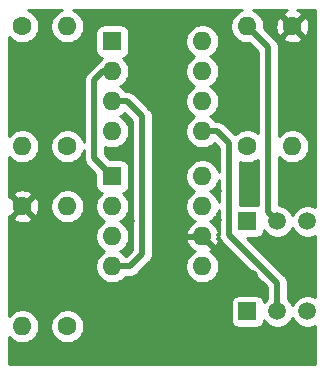
<source format=gbr>
%TF.GenerationSoftware,KiCad,Pcbnew,(5.1.6)-1*%
%TF.CreationDate,2021-12-03T10:29:43-08:00*%
%TF.ProjectId,Speeduino Dual Opto Board,53706565-6475-4696-9e6f-204475616c20,rev?*%
%TF.SameCoordinates,Original*%
%TF.FileFunction,Copper,L2,Bot*%
%TF.FilePolarity,Positive*%
%FSLAX46Y46*%
G04 Gerber Fmt 4.6, Leading zero omitted, Abs format (unit mm)*
G04 Created by KiCad (PCBNEW (5.1.6)-1) date 2021-12-03 10:29:43*
%MOMM*%
%LPD*%
G01*
G04 APERTURE LIST*
%TA.AperFunction,ComponentPad*%
%ADD10O,1.600000X1.600000*%
%TD*%
%TA.AperFunction,ComponentPad*%
%ADD11R,1.600000X1.600000*%
%TD*%
%TA.AperFunction,ComponentPad*%
%ADD12C,1.600000*%
%TD*%
%TA.AperFunction,ComponentPad*%
%ADD13R,1.500000X1.500000*%
%TD*%
%TA.AperFunction,ComponentPad*%
%ADD14C,1.500000*%
%TD*%
%TA.AperFunction,ViaPad*%
%ADD15C,0.800000*%
%TD*%
%TA.AperFunction,Conductor*%
%ADD16C,0.508000*%
%TD*%
%TA.AperFunction,Conductor*%
%ADD17C,0.254000*%
%TD*%
G04 APERTURE END LIST*
D10*
%TO.P,U1,8*%
%TO.N,Net-(Q1-Pad2)*%
X162560000Y-68580000D03*
%TO.P,U1,4*%
%TO.N,Net-(R2-Pad1)*%
X154940000Y-76200000D03*
%TO.P,U1,7*%
%TO.N,+5V*%
X162560000Y-71120000D03*
%TO.P,U1,3*%
%TO.N,CMP*%
X154940000Y-73660000D03*
%TO.P,U1,6*%
%TO.N,+5V*%
X162560000Y-73660000D03*
%TO.P,U1,2*%
%TO.N,CKP*%
X154940000Y-71120000D03*
%TO.P,U1,5*%
%TO.N,Net-(Q2-Pad2)*%
X162560000Y-76200000D03*
D11*
%TO.P,U1,1*%
%TO.N,Net-(R1-Pad2)*%
X154940000Y-68580000D03*
%TD*%
D10*
%TO.P,R6,2*%
%TO.N,CMP-CPU*%
X147320000Y-92710000D03*
D12*
%TO.P,R6,1*%
%TO.N,GND*%
X147320000Y-82550000D03*
%TD*%
D10*
%TO.P,R5,2*%
%TO.N,CKP-CPU*%
X170180000Y-77470000D03*
D12*
%TO.P,R5,1*%
%TO.N,GND*%
X170180000Y-67310000D03*
%TD*%
D10*
%TO.P,R4,2*%
%TO.N,Net-(Q2-Pad2)*%
X151130000Y-82550000D03*
D12*
%TO.P,R4,1*%
%TO.N,CMP-CPU*%
X151130000Y-92710000D03*
%TD*%
D10*
%TO.P,R3,2*%
%TO.N,Net-(Q1-Pad2)*%
X166370000Y-67310000D03*
D12*
%TO.P,R3,1*%
%TO.N,CKP-CPU*%
X166370000Y-77470000D03*
%TD*%
D10*
%TO.P,R2,2*%
%TO.N,+5V*%
X147320000Y-77470000D03*
D12*
%TO.P,R2,1*%
%TO.N,Net-(R2-Pad1)*%
X147320000Y-67310000D03*
%TD*%
D10*
%TO.P,R1,2*%
%TO.N,Net-(R1-Pad2)*%
X151130000Y-67310000D03*
D12*
%TO.P,R1,1*%
%TO.N,+5V*%
X151130000Y-77470000D03*
%TD*%
D13*
%TO.P,Q2,1*%
%TO.N,CMP-CPU*%
X166370000Y-91440000D03*
D14*
%TO.P,Q2,3*%
%TO.N,+5V*%
X171450000Y-91440000D03*
%TO.P,Q2,2*%
%TO.N,Net-(Q2-Pad2)*%
X168910000Y-91440000D03*
%TD*%
D13*
%TO.P,Q1,1*%
%TO.N,CKP-CPU*%
X166370000Y-83820000D03*
D14*
%TO.P,Q1,3*%
%TO.N,+5V*%
X171450000Y-83820000D03*
%TO.P,Q1,2*%
%TO.N,Net-(Q1-Pad2)*%
X168910000Y-83820000D03*
%TD*%
D10*
%TO.P,J1,8*%
%TO.N,CKP-CPU*%
X162560000Y-80010000D03*
%TO.P,J1,4*%
%TO.N,CMP*%
X154940000Y-87630000D03*
%TO.P,J1,7*%
%TO.N,CMP-CPU*%
X162560000Y-82550000D03*
%TO.P,J1,3*%
%TO.N,Net-(J1-Pad3)*%
X154940000Y-85090000D03*
%TO.P,J1,6*%
%TO.N,GND*%
X162560000Y-85090000D03*
%TO.P,J1,2*%
%TO.N,Net-(J1-Pad2)*%
X154940000Y-82550000D03*
%TO.P,J1,5*%
%TO.N,+5V*%
X162560000Y-87630000D03*
D11*
%TO.P,J1,1*%
%TO.N,CKP*%
X154940000Y-80010000D03*
%TD*%
D15*
%TO.N,GND*%
X163068000Y-66548000D03*
X154432000Y-66548000D03*
X157226000Y-71374000D03*
X160274000Y-71374000D03*
X151130000Y-70104000D03*
X147320000Y-70358000D03*
X147320000Y-74676000D03*
X150876000Y-74676000D03*
X151130000Y-79756000D03*
X147574000Y-79756000D03*
X149352000Y-84582000D03*
X147066000Y-86868000D03*
X159258000Y-76581000D03*
X169672000Y-86360000D03*
X162814000Y-78105000D03*
X153035000Y-82550000D03*
X170561000Y-94742000D03*
X148844000Y-94869000D03*
X159512000Y-95123000D03*
X159004000Y-86995000D03*
X159004000Y-81153000D03*
X166370000Y-72136000D03*
X156464000Y-83820000D03*
X166878000Y-79248000D03*
X163830000Y-81280000D03*
X163830000Y-83693000D03*
X166878000Y-88392000D03*
X170307000Y-80137000D03*
%TD*%
D16*
%TO.N,CMP*%
X154940000Y-73660000D02*
X156210000Y-73660000D01*
X156210000Y-73660000D02*
X157480000Y-74930000D01*
X157480000Y-74930000D02*
X157480000Y-86614000D01*
X156464000Y-87630000D02*
X154940000Y-87630000D01*
X157480000Y-86614000D02*
X156464000Y-87630000D01*
%TO.N,GND*%
X163830000Y-86360000D02*
X162560000Y-85090000D01*
%TO.N,CKP*%
X154940000Y-71120000D02*
X154178000Y-71120000D01*
X154178000Y-71120000D02*
X153416000Y-71882000D01*
X153416000Y-78486000D02*
X154940000Y-80010000D01*
X153416000Y-71882000D02*
X153416000Y-78486000D01*
%TO.N,Net-(Q1-Pad2)*%
X166370000Y-67310000D02*
X168148000Y-69088000D01*
X168148000Y-83058000D02*
X168910000Y-83820000D01*
X168148000Y-69088000D02*
X168148000Y-83058000D01*
%TO.N,Net-(Q2-Pad2)*%
X168910000Y-89027000D02*
X168910000Y-91440000D01*
X164846000Y-77216000D02*
X164846000Y-84963000D01*
X164846000Y-84963000D02*
X168910000Y-89027000D01*
X162560000Y-76200000D02*
X163830000Y-76200000D01*
X163830000Y-76200000D02*
X164846000Y-77216000D01*
%TD*%
D17*
%TO.N,GND*%
G36*
X150450273Y-66038320D02*
G01*
X150215241Y-66195363D01*
X150015363Y-66395241D01*
X149858320Y-66630273D01*
X149750147Y-66891426D01*
X149695000Y-67168665D01*
X149695000Y-67451335D01*
X149750147Y-67728574D01*
X149858320Y-67989727D01*
X150015363Y-68224759D01*
X150215241Y-68424637D01*
X150450273Y-68581680D01*
X150711426Y-68689853D01*
X150988665Y-68745000D01*
X151271335Y-68745000D01*
X151548574Y-68689853D01*
X151809727Y-68581680D01*
X152044759Y-68424637D01*
X152244637Y-68224759D01*
X152401680Y-67989727D01*
X152509853Y-67728574D01*
X152565000Y-67451335D01*
X152565000Y-67168665D01*
X152509853Y-66891426D01*
X152401680Y-66630273D01*
X152244637Y-66395241D01*
X152044759Y-66195363D01*
X151809727Y-66038320D01*
X151567533Y-65938000D01*
X165932467Y-65938000D01*
X165690273Y-66038320D01*
X165455241Y-66195363D01*
X165255363Y-66395241D01*
X165098320Y-66630273D01*
X164990147Y-66891426D01*
X164935000Y-67168665D01*
X164935000Y-67451335D01*
X164990147Y-67728574D01*
X165098320Y-67989727D01*
X165255363Y-68224759D01*
X165455241Y-68424637D01*
X165690273Y-68581680D01*
X165951426Y-68689853D01*
X166228665Y-68745000D01*
X166511335Y-68745000D01*
X166541720Y-68738956D01*
X167259000Y-69456236D01*
X167259001Y-76338152D01*
X167049727Y-76198320D01*
X166788574Y-76090147D01*
X166511335Y-76035000D01*
X166228665Y-76035000D01*
X165951426Y-76090147D01*
X165690273Y-76198320D01*
X165455241Y-76355363D01*
X165348920Y-76461684D01*
X164489499Y-75602264D01*
X164461659Y-75568341D01*
X164326291Y-75457247D01*
X164171851Y-75374697D01*
X164004274Y-75323864D01*
X163873667Y-75311000D01*
X163873660Y-75311000D01*
X163830000Y-75306700D01*
X163786340Y-75311000D01*
X163691849Y-75311000D01*
X163674637Y-75285241D01*
X163474759Y-75085363D01*
X163242241Y-74930000D01*
X163474759Y-74774637D01*
X163674637Y-74574759D01*
X163831680Y-74339727D01*
X163939853Y-74078574D01*
X163995000Y-73801335D01*
X163995000Y-73518665D01*
X163939853Y-73241426D01*
X163831680Y-72980273D01*
X163674637Y-72745241D01*
X163474759Y-72545363D01*
X163242241Y-72390000D01*
X163474759Y-72234637D01*
X163674637Y-72034759D01*
X163831680Y-71799727D01*
X163939853Y-71538574D01*
X163995000Y-71261335D01*
X163995000Y-70978665D01*
X163939853Y-70701426D01*
X163831680Y-70440273D01*
X163674637Y-70205241D01*
X163474759Y-70005363D01*
X163242241Y-69850000D01*
X163474759Y-69694637D01*
X163674637Y-69494759D01*
X163831680Y-69259727D01*
X163939853Y-68998574D01*
X163995000Y-68721335D01*
X163995000Y-68438665D01*
X163939853Y-68161426D01*
X163831680Y-67900273D01*
X163674637Y-67665241D01*
X163474759Y-67465363D01*
X163239727Y-67308320D01*
X162978574Y-67200147D01*
X162701335Y-67145000D01*
X162418665Y-67145000D01*
X162141426Y-67200147D01*
X161880273Y-67308320D01*
X161645241Y-67465363D01*
X161445363Y-67665241D01*
X161288320Y-67900273D01*
X161180147Y-68161426D01*
X161125000Y-68438665D01*
X161125000Y-68721335D01*
X161180147Y-68998574D01*
X161288320Y-69259727D01*
X161445363Y-69494759D01*
X161645241Y-69694637D01*
X161877759Y-69850000D01*
X161645241Y-70005363D01*
X161445363Y-70205241D01*
X161288320Y-70440273D01*
X161180147Y-70701426D01*
X161125000Y-70978665D01*
X161125000Y-71261335D01*
X161180147Y-71538574D01*
X161288320Y-71799727D01*
X161445363Y-72034759D01*
X161645241Y-72234637D01*
X161877759Y-72390000D01*
X161645241Y-72545363D01*
X161445363Y-72745241D01*
X161288320Y-72980273D01*
X161180147Y-73241426D01*
X161125000Y-73518665D01*
X161125000Y-73801335D01*
X161180147Y-74078574D01*
X161288320Y-74339727D01*
X161445363Y-74574759D01*
X161645241Y-74774637D01*
X161877759Y-74930000D01*
X161645241Y-75085363D01*
X161445363Y-75285241D01*
X161288320Y-75520273D01*
X161180147Y-75781426D01*
X161125000Y-76058665D01*
X161125000Y-76341335D01*
X161180147Y-76618574D01*
X161288320Y-76879727D01*
X161445363Y-77114759D01*
X161645241Y-77314637D01*
X161880273Y-77471680D01*
X162141426Y-77579853D01*
X162418665Y-77635000D01*
X162701335Y-77635000D01*
X162978574Y-77579853D01*
X163239727Y-77471680D01*
X163474759Y-77314637D01*
X163581080Y-77208316D01*
X163957000Y-77584236D01*
X163957000Y-79677630D01*
X163939853Y-79591426D01*
X163831680Y-79330273D01*
X163674637Y-79095241D01*
X163474759Y-78895363D01*
X163239727Y-78738320D01*
X162978574Y-78630147D01*
X162701335Y-78575000D01*
X162418665Y-78575000D01*
X162141426Y-78630147D01*
X161880273Y-78738320D01*
X161645241Y-78895363D01*
X161445363Y-79095241D01*
X161288320Y-79330273D01*
X161180147Y-79591426D01*
X161125000Y-79868665D01*
X161125000Y-80151335D01*
X161180147Y-80428574D01*
X161288320Y-80689727D01*
X161445363Y-80924759D01*
X161645241Y-81124637D01*
X161877759Y-81280000D01*
X161645241Y-81435363D01*
X161445363Y-81635241D01*
X161288320Y-81870273D01*
X161180147Y-82131426D01*
X161125000Y-82408665D01*
X161125000Y-82691335D01*
X161180147Y-82968574D01*
X161288320Y-83229727D01*
X161445363Y-83464759D01*
X161645241Y-83664637D01*
X161880273Y-83821680D01*
X161890865Y-83826067D01*
X161704869Y-83937615D01*
X161496481Y-84126586D01*
X161328963Y-84352580D01*
X161208754Y-84606913D01*
X161168096Y-84740961D01*
X161290085Y-84963000D01*
X162433000Y-84963000D01*
X162433000Y-84943000D01*
X162687000Y-84943000D01*
X162687000Y-84963000D01*
X162707000Y-84963000D01*
X162707000Y-85217000D01*
X162687000Y-85217000D01*
X162687000Y-85237000D01*
X162433000Y-85237000D01*
X162433000Y-85217000D01*
X161290085Y-85217000D01*
X161168096Y-85439039D01*
X161208754Y-85573087D01*
X161328963Y-85827420D01*
X161496481Y-86053414D01*
X161704869Y-86242385D01*
X161890865Y-86353933D01*
X161880273Y-86358320D01*
X161645241Y-86515363D01*
X161445363Y-86715241D01*
X161288320Y-86950273D01*
X161180147Y-87211426D01*
X161125000Y-87488665D01*
X161125000Y-87771335D01*
X161180147Y-88048574D01*
X161288320Y-88309727D01*
X161445363Y-88544759D01*
X161645241Y-88744637D01*
X161880273Y-88901680D01*
X162141426Y-89009853D01*
X162418665Y-89065000D01*
X162701335Y-89065000D01*
X162978574Y-89009853D01*
X163239727Y-88901680D01*
X163474759Y-88744637D01*
X163674637Y-88544759D01*
X163831680Y-88309727D01*
X163939853Y-88048574D01*
X163995000Y-87771335D01*
X163995000Y-87488665D01*
X163939853Y-87211426D01*
X163831680Y-86950273D01*
X163674637Y-86715241D01*
X163474759Y-86515363D01*
X163239727Y-86358320D01*
X163229135Y-86353933D01*
X163415131Y-86242385D01*
X163623519Y-86053414D01*
X163791037Y-85827420D01*
X163911246Y-85573087D01*
X163951904Y-85439039D01*
X163829916Y-85217002D01*
X163994049Y-85217002D01*
X164020698Y-85304852D01*
X164103248Y-85459291D01*
X164143694Y-85508574D01*
X164214342Y-85594659D01*
X164248259Y-85622494D01*
X168021000Y-89395236D01*
X168021001Y-90370314D01*
X167834201Y-90557114D01*
X167756445Y-90673483D01*
X167745812Y-90565518D01*
X167709502Y-90445820D01*
X167650537Y-90335506D01*
X167571185Y-90238815D01*
X167474494Y-90159463D01*
X167364180Y-90100498D01*
X167244482Y-90064188D01*
X167120000Y-90051928D01*
X165620000Y-90051928D01*
X165495518Y-90064188D01*
X165375820Y-90100498D01*
X165265506Y-90159463D01*
X165168815Y-90238815D01*
X165089463Y-90335506D01*
X165030498Y-90445820D01*
X164994188Y-90565518D01*
X164981928Y-90690000D01*
X164981928Y-92190000D01*
X164994188Y-92314482D01*
X165030498Y-92434180D01*
X165089463Y-92544494D01*
X165168815Y-92641185D01*
X165265506Y-92720537D01*
X165375820Y-92779502D01*
X165495518Y-92815812D01*
X165620000Y-92828072D01*
X167120000Y-92828072D01*
X167244482Y-92815812D01*
X167364180Y-92779502D01*
X167474494Y-92720537D01*
X167571185Y-92641185D01*
X167650537Y-92544494D01*
X167709502Y-92434180D01*
X167745812Y-92314482D01*
X167756445Y-92206517D01*
X167834201Y-92322886D01*
X168027114Y-92515799D01*
X168253957Y-92667371D01*
X168506011Y-92771775D01*
X168773589Y-92825000D01*
X169046411Y-92825000D01*
X169313989Y-92771775D01*
X169566043Y-92667371D01*
X169792886Y-92515799D01*
X169985799Y-92322886D01*
X170137371Y-92096043D01*
X170180000Y-91993127D01*
X170222629Y-92096043D01*
X170374201Y-92322886D01*
X170567114Y-92515799D01*
X170793957Y-92667371D01*
X171046011Y-92771775D01*
X171313589Y-92825000D01*
X171586411Y-92825000D01*
X171853989Y-92771775D01*
X172060001Y-92686442D01*
X172060001Y-94963572D01*
X172060000Y-94963582D01*
X172060001Y-95860000D01*
X146202000Y-95860000D01*
X146202000Y-93619726D01*
X146205363Y-93624759D01*
X146405241Y-93824637D01*
X146640273Y-93981680D01*
X146901426Y-94089853D01*
X147178665Y-94145000D01*
X147461335Y-94145000D01*
X147738574Y-94089853D01*
X147999727Y-93981680D01*
X148234759Y-93824637D01*
X148434637Y-93624759D01*
X148591680Y-93389727D01*
X148699853Y-93128574D01*
X148755000Y-92851335D01*
X148755000Y-92568665D01*
X149695000Y-92568665D01*
X149695000Y-92851335D01*
X149750147Y-93128574D01*
X149858320Y-93389727D01*
X150015363Y-93624759D01*
X150215241Y-93824637D01*
X150450273Y-93981680D01*
X150711426Y-94089853D01*
X150988665Y-94145000D01*
X151271335Y-94145000D01*
X151548574Y-94089853D01*
X151809727Y-93981680D01*
X152044759Y-93824637D01*
X152244637Y-93624759D01*
X152401680Y-93389727D01*
X152509853Y-93128574D01*
X152565000Y-92851335D01*
X152565000Y-92568665D01*
X152509853Y-92291426D01*
X152401680Y-92030273D01*
X152244637Y-91795241D01*
X152044759Y-91595363D01*
X151809727Y-91438320D01*
X151548574Y-91330147D01*
X151271335Y-91275000D01*
X150988665Y-91275000D01*
X150711426Y-91330147D01*
X150450273Y-91438320D01*
X150215241Y-91595363D01*
X150015363Y-91795241D01*
X149858320Y-92030273D01*
X149750147Y-92291426D01*
X149695000Y-92568665D01*
X148755000Y-92568665D01*
X148699853Y-92291426D01*
X148591680Y-92030273D01*
X148434637Y-91795241D01*
X148234759Y-91595363D01*
X147999727Y-91438320D01*
X147738574Y-91330147D01*
X147461335Y-91275000D01*
X147178665Y-91275000D01*
X146901426Y-91330147D01*
X146640273Y-91438320D01*
X146405241Y-91595363D01*
X146205363Y-91795241D01*
X146202000Y-91800274D01*
X146202000Y-83542702D01*
X146506903Y-83542702D01*
X146578486Y-83786671D01*
X146833996Y-83907571D01*
X147108184Y-83976300D01*
X147390512Y-83990217D01*
X147670130Y-83948787D01*
X147936292Y-83853603D01*
X148061514Y-83786671D01*
X148133097Y-83542702D01*
X147320000Y-82729605D01*
X146506903Y-83542702D01*
X146202000Y-83542702D01*
X146202000Y-83326333D01*
X146327298Y-83363097D01*
X147140395Y-82550000D01*
X147499605Y-82550000D01*
X148312702Y-83363097D01*
X148556671Y-83291514D01*
X148677571Y-83036004D01*
X148746300Y-82761816D01*
X148760217Y-82479488D01*
X148749724Y-82408665D01*
X149695000Y-82408665D01*
X149695000Y-82691335D01*
X149750147Y-82968574D01*
X149858320Y-83229727D01*
X150015363Y-83464759D01*
X150215241Y-83664637D01*
X150450273Y-83821680D01*
X150711426Y-83929853D01*
X150988665Y-83985000D01*
X151271335Y-83985000D01*
X151548574Y-83929853D01*
X151809727Y-83821680D01*
X152044759Y-83664637D01*
X152244637Y-83464759D01*
X152401680Y-83229727D01*
X152509853Y-82968574D01*
X152565000Y-82691335D01*
X152565000Y-82408665D01*
X152509853Y-82131426D01*
X152401680Y-81870273D01*
X152244637Y-81635241D01*
X152044759Y-81435363D01*
X151809727Y-81278320D01*
X151548574Y-81170147D01*
X151271335Y-81115000D01*
X150988665Y-81115000D01*
X150711426Y-81170147D01*
X150450273Y-81278320D01*
X150215241Y-81435363D01*
X150015363Y-81635241D01*
X149858320Y-81870273D01*
X149750147Y-82131426D01*
X149695000Y-82408665D01*
X148749724Y-82408665D01*
X148718787Y-82199870D01*
X148623603Y-81933708D01*
X148556671Y-81808486D01*
X148312702Y-81736903D01*
X147499605Y-82550000D01*
X147140395Y-82550000D01*
X146327298Y-81736903D01*
X146202000Y-81773667D01*
X146202000Y-81557298D01*
X146506903Y-81557298D01*
X147320000Y-82370395D01*
X148133097Y-81557298D01*
X148061514Y-81313329D01*
X147806004Y-81192429D01*
X147531816Y-81123700D01*
X147249488Y-81109783D01*
X146969870Y-81151213D01*
X146703708Y-81246397D01*
X146578486Y-81313329D01*
X146506903Y-81557298D01*
X146202000Y-81557298D01*
X146202000Y-78379726D01*
X146205363Y-78384759D01*
X146405241Y-78584637D01*
X146640273Y-78741680D01*
X146901426Y-78849853D01*
X147178665Y-78905000D01*
X147461335Y-78905000D01*
X147738574Y-78849853D01*
X147999727Y-78741680D01*
X148234759Y-78584637D01*
X148434637Y-78384759D01*
X148591680Y-78149727D01*
X148699853Y-77888574D01*
X148755000Y-77611335D01*
X148755000Y-77328665D01*
X149695000Y-77328665D01*
X149695000Y-77611335D01*
X149750147Y-77888574D01*
X149858320Y-78149727D01*
X150015363Y-78384759D01*
X150215241Y-78584637D01*
X150450273Y-78741680D01*
X150711426Y-78849853D01*
X150988665Y-78905000D01*
X151271335Y-78905000D01*
X151548574Y-78849853D01*
X151809727Y-78741680D01*
X152044759Y-78584637D01*
X152244637Y-78384759D01*
X152401680Y-78149727D01*
X152509853Y-77888574D01*
X152527001Y-77802367D01*
X152527001Y-78442330D01*
X152522700Y-78486000D01*
X152539864Y-78660274D01*
X152590698Y-78827852D01*
X152626784Y-78895363D01*
X152673248Y-78982291D01*
X152784342Y-79117659D01*
X152818259Y-79145494D01*
X153501928Y-79829163D01*
X153501928Y-80810000D01*
X153514188Y-80934482D01*
X153550498Y-81054180D01*
X153609463Y-81164494D01*
X153688815Y-81261185D01*
X153785506Y-81340537D01*
X153895820Y-81399502D01*
X154015518Y-81435812D01*
X154023961Y-81436643D01*
X153825363Y-81635241D01*
X153668320Y-81870273D01*
X153560147Y-82131426D01*
X153505000Y-82408665D01*
X153505000Y-82691335D01*
X153560147Y-82968574D01*
X153668320Y-83229727D01*
X153825363Y-83464759D01*
X154025241Y-83664637D01*
X154257759Y-83820000D01*
X154025241Y-83975363D01*
X153825363Y-84175241D01*
X153668320Y-84410273D01*
X153560147Y-84671426D01*
X153505000Y-84948665D01*
X153505000Y-85231335D01*
X153560147Y-85508574D01*
X153668320Y-85769727D01*
X153825363Y-86004759D01*
X154025241Y-86204637D01*
X154257759Y-86360000D01*
X154025241Y-86515363D01*
X153825363Y-86715241D01*
X153668320Y-86950273D01*
X153560147Y-87211426D01*
X153505000Y-87488665D01*
X153505000Y-87771335D01*
X153560147Y-88048574D01*
X153668320Y-88309727D01*
X153825363Y-88544759D01*
X154025241Y-88744637D01*
X154260273Y-88901680D01*
X154521426Y-89009853D01*
X154798665Y-89065000D01*
X155081335Y-89065000D01*
X155358574Y-89009853D01*
X155619727Y-88901680D01*
X155854759Y-88744637D01*
X156054637Y-88544759D01*
X156071849Y-88519000D01*
X156420340Y-88519000D01*
X156464000Y-88523300D01*
X156507660Y-88519000D01*
X156507667Y-88519000D01*
X156638274Y-88506136D01*
X156805851Y-88455303D01*
X156960291Y-88372753D01*
X157095659Y-88261659D01*
X157123499Y-88227736D01*
X158077741Y-87273495D01*
X158111659Y-87245659D01*
X158139754Y-87211426D01*
X158222752Y-87110292D01*
X158305302Y-86955853D01*
X158356136Y-86788275D01*
X158363329Y-86715241D01*
X158369000Y-86657667D01*
X158369000Y-86657660D01*
X158373300Y-86614000D01*
X158369000Y-86570340D01*
X158369000Y-74973659D01*
X158373300Y-74929999D01*
X158369000Y-74886334D01*
X158369000Y-74886333D01*
X158357999Y-74774637D01*
X158356136Y-74755724D01*
X158305302Y-74588147D01*
X158277501Y-74536136D01*
X158222753Y-74433709D01*
X158111659Y-74298341D01*
X158077743Y-74270507D01*
X156869499Y-73062264D01*
X156841659Y-73028341D01*
X156706291Y-72917247D01*
X156551851Y-72834697D01*
X156384274Y-72783864D01*
X156253667Y-72771000D01*
X156253660Y-72771000D01*
X156210000Y-72766700D01*
X156166340Y-72771000D01*
X156071849Y-72771000D01*
X156054637Y-72745241D01*
X155854759Y-72545363D01*
X155622241Y-72390000D01*
X155854759Y-72234637D01*
X156054637Y-72034759D01*
X156211680Y-71799727D01*
X156319853Y-71538574D01*
X156375000Y-71261335D01*
X156375000Y-70978665D01*
X156319853Y-70701426D01*
X156211680Y-70440273D01*
X156054637Y-70205241D01*
X155856039Y-70006643D01*
X155864482Y-70005812D01*
X155984180Y-69969502D01*
X156094494Y-69910537D01*
X156191185Y-69831185D01*
X156270537Y-69734494D01*
X156329502Y-69624180D01*
X156365812Y-69504482D01*
X156378072Y-69380000D01*
X156378072Y-67780000D01*
X156365812Y-67655518D01*
X156329502Y-67535820D01*
X156270537Y-67425506D01*
X156191185Y-67328815D01*
X156094494Y-67249463D01*
X155984180Y-67190498D01*
X155864482Y-67154188D01*
X155740000Y-67141928D01*
X154140000Y-67141928D01*
X154015518Y-67154188D01*
X153895820Y-67190498D01*
X153785506Y-67249463D01*
X153688815Y-67328815D01*
X153609463Y-67425506D01*
X153550498Y-67535820D01*
X153514188Y-67655518D01*
X153501928Y-67780000D01*
X153501928Y-69380000D01*
X153514188Y-69504482D01*
X153550498Y-69624180D01*
X153609463Y-69734494D01*
X153688815Y-69831185D01*
X153785506Y-69910537D01*
X153895820Y-69969502D01*
X154015518Y-70005812D01*
X154023961Y-70006643D01*
X153825363Y-70205241D01*
X153726390Y-70353364D01*
X153681709Y-70377247D01*
X153546341Y-70488341D01*
X153518505Y-70522259D01*
X152818263Y-71222501D01*
X152784341Y-71250341D01*
X152673247Y-71385710D01*
X152590697Y-71540150D01*
X152539864Y-71707727D01*
X152527000Y-71838334D01*
X152527000Y-71838340D01*
X152522700Y-71882000D01*
X152527000Y-71925660D01*
X152527001Y-77137633D01*
X152509853Y-77051426D01*
X152401680Y-76790273D01*
X152244637Y-76555241D01*
X152044759Y-76355363D01*
X151809727Y-76198320D01*
X151548574Y-76090147D01*
X151271335Y-76035000D01*
X150988665Y-76035000D01*
X150711426Y-76090147D01*
X150450273Y-76198320D01*
X150215241Y-76355363D01*
X150015363Y-76555241D01*
X149858320Y-76790273D01*
X149750147Y-77051426D01*
X149695000Y-77328665D01*
X148755000Y-77328665D01*
X148699853Y-77051426D01*
X148591680Y-76790273D01*
X148434637Y-76555241D01*
X148234759Y-76355363D01*
X147999727Y-76198320D01*
X147738574Y-76090147D01*
X147461335Y-76035000D01*
X147178665Y-76035000D01*
X146901426Y-76090147D01*
X146640273Y-76198320D01*
X146405241Y-76355363D01*
X146205363Y-76555241D01*
X146202000Y-76560274D01*
X146202000Y-68219726D01*
X146205363Y-68224759D01*
X146405241Y-68424637D01*
X146640273Y-68581680D01*
X146901426Y-68689853D01*
X147178665Y-68745000D01*
X147461335Y-68745000D01*
X147738574Y-68689853D01*
X147999727Y-68581680D01*
X148234759Y-68424637D01*
X148434637Y-68224759D01*
X148591680Y-67989727D01*
X148699853Y-67728574D01*
X148755000Y-67451335D01*
X148755000Y-67168665D01*
X148699853Y-66891426D01*
X148591680Y-66630273D01*
X148434637Y-66395241D01*
X148234759Y-66195363D01*
X147999727Y-66038320D01*
X147757533Y-65938000D01*
X150692467Y-65938000D01*
X150450273Y-66038320D01*
G37*
X150450273Y-66038320D02*
X150215241Y-66195363D01*
X150015363Y-66395241D01*
X149858320Y-66630273D01*
X149750147Y-66891426D01*
X149695000Y-67168665D01*
X149695000Y-67451335D01*
X149750147Y-67728574D01*
X149858320Y-67989727D01*
X150015363Y-68224759D01*
X150215241Y-68424637D01*
X150450273Y-68581680D01*
X150711426Y-68689853D01*
X150988665Y-68745000D01*
X151271335Y-68745000D01*
X151548574Y-68689853D01*
X151809727Y-68581680D01*
X152044759Y-68424637D01*
X152244637Y-68224759D01*
X152401680Y-67989727D01*
X152509853Y-67728574D01*
X152565000Y-67451335D01*
X152565000Y-67168665D01*
X152509853Y-66891426D01*
X152401680Y-66630273D01*
X152244637Y-66395241D01*
X152044759Y-66195363D01*
X151809727Y-66038320D01*
X151567533Y-65938000D01*
X165932467Y-65938000D01*
X165690273Y-66038320D01*
X165455241Y-66195363D01*
X165255363Y-66395241D01*
X165098320Y-66630273D01*
X164990147Y-66891426D01*
X164935000Y-67168665D01*
X164935000Y-67451335D01*
X164990147Y-67728574D01*
X165098320Y-67989727D01*
X165255363Y-68224759D01*
X165455241Y-68424637D01*
X165690273Y-68581680D01*
X165951426Y-68689853D01*
X166228665Y-68745000D01*
X166511335Y-68745000D01*
X166541720Y-68738956D01*
X167259000Y-69456236D01*
X167259001Y-76338152D01*
X167049727Y-76198320D01*
X166788574Y-76090147D01*
X166511335Y-76035000D01*
X166228665Y-76035000D01*
X165951426Y-76090147D01*
X165690273Y-76198320D01*
X165455241Y-76355363D01*
X165348920Y-76461684D01*
X164489499Y-75602264D01*
X164461659Y-75568341D01*
X164326291Y-75457247D01*
X164171851Y-75374697D01*
X164004274Y-75323864D01*
X163873667Y-75311000D01*
X163873660Y-75311000D01*
X163830000Y-75306700D01*
X163786340Y-75311000D01*
X163691849Y-75311000D01*
X163674637Y-75285241D01*
X163474759Y-75085363D01*
X163242241Y-74930000D01*
X163474759Y-74774637D01*
X163674637Y-74574759D01*
X163831680Y-74339727D01*
X163939853Y-74078574D01*
X163995000Y-73801335D01*
X163995000Y-73518665D01*
X163939853Y-73241426D01*
X163831680Y-72980273D01*
X163674637Y-72745241D01*
X163474759Y-72545363D01*
X163242241Y-72390000D01*
X163474759Y-72234637D01*
X163674637Y-72034759D01*
X163831680Y-71799727D01*
X163939853Y-71538574D01*
X163995000Y-71261335D01*
X163995000Y-70978665D01*
X163939853Y-70701426D01*
X163831680Y-70440273D01*
X163674637Y-70205241D01*
X163474759Y-70005363D01*
X163242241Y-69850000D01*
X163474759Y-69694637D01*
X163674637Y-69494759D01*
X163831680Y-69259727D01*
X163939853Y-68998574D01*
X163995000Y-68721335D01*
X163995000Y-68438665D01*
X163939853Y-68161426D01*
X163831680Y-67900273D01*
X163674637Y-67665241D01*
X163474759Y-67465363D01*
X163239727Y-67308320D01*
X162978574Y-67200147D01*
X162701335Y-67145000D01*
X162418665Y-67145000D01*
X162141426Y-67200147D01*
X161880273Y-67308320D01*
X161645241Y-67465363D01*
X161445363Y-67665241D01*
X161288320Y-67900273D01*
X161180147Y-68161426D01*
X161125000Y-68438665D01*
X161125000Y-68721335D01*
X161180147Y-68998574D01*
X161288320Y-69259727D01*
X161445363Y-69494759D01*
X161645241Y-69694637D01*
X161877759Y-69850000D01*
X161645241Y-70005363D01*
X161445363Y-70205241D01*
X161288320Y-70440273D01*
X161180147Y-70701426D01*
X161125000Y-70978665D01*
X161125000Y-71261335D01*
X161180147Y-71538574D01*
X161288320Y-71799727D01*
X161445363Y-72034759D01*
X161645241Y-72234637D01*
X161877759Y-72390000D01*
X161645241Y-72545363D01*
X161445363Y-72745241D01*
X161288320Y-72980273D01*
X161180147Y-73241426D01*
X161125000Y-73518665D01*
X161125000Y-73801335D01*
X161180147Y-74078574D01*
X161288320Y-74339727D01*
X161445363Y-74574759D01*
X161645241Y-74774637D01*
X161877759Y-74930000D01*
X161645241Y-75085363D01*
X161445363Y-75285241D01*
X161288320Y-75520273D01*
X161180147Y-75781426D01*
X161125000Y-76058665D01*
X161125000Y-76341335D01*
X161180147Y-76618574D01*
X161288320Y-76879727D01*
X161445363Y-77114759D01*
X161645241Y-77314637D01*
X161880273Y-77471680D01*
X162141426Y-77579853D01*
X162418665Y-77635000D01*
X162701335Y-77635000D01*
X162978574Y-77579853D01*
X163239727Y-77471680D01*
X163474759Y-77314637D01*
X163581080Y-77208316D01*
X163957000Y-77584236D01*
X163957000Y-79677630D01*
X163939853Y-79591426D01*
X163831680Y-79330273D01*
X163674637Y-79095241D01*
X163474759Y-78895363D01*
X163239727Y-78738320D01*
X162978574Y-78630147D01*
X162701335Y-78575000D01*
X162418665Y-78575000D01*
X162141426Y-78630147D01*
X161880273Y-78738320D01*
X161645241Y-78895363D01*
X161445363Y-79095241D01*
X161288320Y-79330273D01*
X161180147Y-79591426D01*
X161125000Y-79868665D01*
X161125000Y-80151335D01*
X161180147Y-80428574D01*
X161288320Y-80689727D01*
X161445363Y-80924759D01*
X161645241Y-81124637D01*
X161877759Y-81280000D01*
X161645241Y-81435363D01*
X161445363Y-81635241D01*
X161288320Y-81870273D01*
X161180147Y-82131426D01*
X161125000Y-82408665D01*
X161125000Y-82691335D01*
X161180147Y-82968574D01*
X161288320Y-83229727D01*
X161445363Y-83464759D01*
X161645241Y-83664637D01*
X161880273Y-83821680D01*
X161890865Y-83826067D01*
X161704869Y-83937615D01*
X161496481Y-84126586D01*
X161328963Y-84352580D01*
X161208754Y-84606913D01*
X161168096Y-84740961D01*
X161290085Y-84963000D01*
X162433000Y-84963000D01*
X162433000Y-84943000D01*
X162687000Y-84943000D01*
X162687000Y-84963000D01*
X162707000Y-84963000D01*
X162707000Y-85217000D01*
X162687000Y-85217000D01*
X162687000Y-85237000D01*
X162433000Y-85237000D01*
X162433000Y-85217000D01*
X161290085Y-85217000D01*
X161168096Y-85439039D01*
X161208754Y-85573087D01*
X161328963Y-85827420D01*
X161496481Y-86053414D01*
X161704869Y-86242385D01*
X161890865Y-86353933D01*
X161880273Y-86358320D01*
X161645241Y-86515363D01*
X161445363Y-86715241D01*
X161288320Y-86950273D01*
X161180147Y-87211426D01*
X161125000Y-87488665D01*
X161125000Y-87771335D01*
X161180147Y-88048574D01*
X161288320Y-88309727D01*
X161445363Y-88544759D01*
X161645241Y-88744637D01*
X161880273Y-88901680D01*
X162141426Y-89009853D01*
X162418665Y-89065000D01*
X162701335Y-89065000D01*
X162978574Y-89009853D01*
X163239727Y-88901680D01*
X163474759Y-88744637D01*
X163674637Y-88544759D01*
X163831680Y-88309727D01*
X163939853Y-88048574D01*
X163995000Y-87771335D01*
X163995000Y-87488665D01*
X163939853Y-87211426D01*
X163831680Y-86950273D01*
X163674637Y-86715241D01*
X163474759Y-86515363D01*
X163239727Y-86358320D01*
X163229135Y-86353933D01*
X163415131Y-86242385D01*
X163623519Y-86053414D01*
X163791037Y-85827420D01*
X163911246Y-85573087D01*
X163951904Y-85439039D01*
X163829916Y-85217002D01*
X163994049Y-85217002D01*
X164020698Y-85304852D01*
X164103248Y-85459291D01*
X164143694Y-85508574D01*
X164214342Y-85594659D01*
X164248259Y-85622494D01*
X168021000Y-89395236D01*
X168021001Y-90370314D01*
X167834201Y-90557114D01*
X167756445Y-90673483D01*
X167745812Y-90565518D01*
X167709502Y-90445820D01*
X167650537Y-90335506D01*
X167571185Y-90238815D01*
X167474494Y-90159463D01*
X167364180Y-90100498D01*
X167244482Y-90064188D01*
X167120000Y-90051928D01*
X165620000Y-90051928D01*
X165495518Y-90064188D01*
X165375820Y-90100498D01*
X165265506Y-90159463D01*
X165168815Y-90238815D01*
X165089463Y-90335506D01*
X165030498Y-90445820D01*
X164994188Y-90565518D01*
X164981928Y-90690000D01*
X164981928Y-92190000D01*
X164994188Y-92314482D01*
X165030498Y-92434180D01*
X165089463Y-92544494D01*
X165168815Y-92641185D01*
X165265506Y-92720537D01*
X165375820Y-92779502D01*
X165495518Y-92815812D01*
X165620000Y-92828072D01*
X167120000Y-92828072D01*
X167244482Y-92815812D01*
X167364180Y-92779502D01*
X167474494Y-92720537D01*
X167571185Y-92641185D01*
X167650537Y-92544494D01*
X167709502Y-92434180D01*
X167745812Y-92314482D01*
X167756445Y-92206517D01*
X167834201Y-92322886D01*
X168027114Y-92515799D01*
X168253957Y-92667371D01*
X168506011Y-92771775D01*
X168773589Y-92825000D01*
X169046411Y-92825000D01*
X169313989Y-92771775D01*
X169566043Y-92667371D01*
X169792886Y-92515799D01*
X169985799Y-92322886D01*
X170137371Y-92096043D01*
X170180000Y-91993127D01*
X170222629Y-92096043D01*
X170374201Y-92322886D01*
X170567114Y-92515799D01*
X170793957Y-92667371D01*
X171046011Y-92771775D01*
X171313589Y-92825000D01*
X171586411Y-92825000D01*
X171853989Y-92771775D01*
X172060001Y-92686442D01*
X172060001Y-94963572D01*
X172060000Y-94963582D01*
X172060001Y-95860000D01*
X146202000Y-95860000D01*
X146202000Y-93619726D01*
X146205363Y-93624759D01*
X146405241Y-93824637D01*
X146640273Y-93981680D01*
X146901426Y-94089853D01*
X147178665Y-94145000D01*
X147461335Y-94145000D01*
X147738574Y-94089853D01*
X147999727Y-93981680D01*
X148234759Y-93824637D01*
X148434637Y-93624759D01*
X148591680Y-93389727D01*
X148699853Y-93128574D01*
X148755000Y-92851335D01*
X148755000Y-92568665D01*
X149695000Y-92568665D01*
X149695000Y-92851335D01*
X149750147Y-93128574D01*
X149858320Y-93389727D01*
X150015363Y-93624759D01*
X150215241Y-93824637D01*
X150450273Y-93981680D01*
X150711426Y-94089853D01*
X150988665Y-94145000D01*
X151271335Y-94145000D01*
X151548574Y-94089853D01*
X151809727Y-93981680D01*
X152044759Y-93824637D01*
X152244637Y-93624759D01*
X152401680Y-93389727D01*
X152509853Y-93128574D01*
X152565000Y-92851335D01*
X152565000Y-92568665D01*
X152509853Y-92291426D01*
X152401680Y-92030273D01*
X152244637Y-91795241D01*
X152044759Y-91595363D01*
X151809727Y-91438320D01*
X151548574Y-91330147D01*
X151271335Y-91275000D01*
X150988665Y-91275000D01*
X150711426Y-91330147D01*
X150450273Y-91438320D01*
X150215241Y-91595363D01*
X150015363Y-91795241D01*
X149858320Y-92030273D01*
X149750147Y-92291426D01*
X149695000Y-92568665D01*
X148755000Y-92568665D01*
X148699853Y-92291426D01*
X148591680Y-92030273D01*
X148434637Y-91795241D01*
X148234759Y-91595363D01*
X147999727Y-91438320D01*
X147738574Y-91330147D01*
X147461335Y-91275000D01*
X147178665Y-91275000D01*
X146901426Y-91330147D01*
X146640273Y-91438320D01*
X146405241Y-91595363D01*
X146205363Y-91795241D01*
X146202000Y-91800274D01*
X146202000Y-83542702D01*
X146506903Y-83542702D01*
X146578486Y-83786671D01*
X146833996Y-83907571D01*
X147108184Y-83976300D01*
X147390512Y-83990217D01*
X147670130Y-83948787D01*
X147936292Y-83853603D01*
X148061514Y-83786671D01*
X148133097Y-83542702D01*
X147320000Y-82729605D01*
X146506903Y-83542702D01*
X146202000Y-83542702D01*
X146202000Y-83326333D01*
X146327298Y-83363097D01*
X147140395Y-82550000D01*
X147499605Y-82550000D01*
X148312702Y-83363097D01*
X148556671Y-83291514D01*
X148677571Y-83036004D01*
X148746300Y-82761816D01*
X148760217Y-82479488D01*
X148749724Y-82408665D01*
X149695000Y-82408665D01*
X149695000Y-82691335D01*
X149750147Y-82968574D01*
X149858320Y-83229727D01*
X150015363Y-83464759D01*
X150215241Y-83664637D01*
X150450273Y-83821680D01*
X150711426Y-83929853D01*
X150988665Y-83985000D01*
X151271335Y-83985000D01*
X151548574Y-83929853D01*
X151809727Y-83821680D01*
X152044759Y-83664637D01*
X152244637Y-83464759D01*
X152401680Y-83229727D01*
X152509853Y-82968574D01*
X152565000Y-82691335D01*
X152565000Y-82408665D01*
X152509853Y-82131426D01*
X152401680Y-81870273D01*
X152244637Y-81635241D01*
X152044759Y-81435363D01*
X151809727Y-81278320D01*
X151548574Y-81170147D01*
X151271335Y-81115000D01*
X150988665Y-81115000D01*
X150711426Y-81170147D01*
X150450273Y-81278320D01*
X150215241Y-81435363D01*
X150015363Y-81635241D01*
X149858320Y-81870273D01*
X149750147Y-82131426D01*
X149695000Y-82408665D01*
X148749724Y-82408665D01*
X148718787Y-82199870D01*
X148623603Y-81933708D01*
X148556671Y-81808486D01*
X148312702Y-81736903D01*
X147499605Y-82550000D01*
X147140395Y-82550000D01*
X146327298Y-81736903D01*
X146202000Y-81773667D01*
X146202000Y-81557298D01*
X146506903Y-81557298D01*
X147320000Y-82370395D01*
X148133097Y-81557298D01*
X148061514Y-81313329D01*
X147806004Y-81192429D01*
X147531816Y-81123700D01*
X147249488Y-81109783D01*
X146969870Y-81151213D01*
X146703708Y-81246397D01*
X146578486Y-81313329D01*
X146506903Y-81557298D01*
X146202000Y-81557298D01*
X146202000Y-78379726D01*
X146205363Y-78384759D01*
X146405241Y-78584637D01*
X146640273Y-78741680D01*
X146901426Y-78849853D01*
X147178665Y-78905000D01*
X147461335Y-78905000D01*
X147738574Y-78849853D01*
X147999727Y-78741680D01*
X148234759Y-78584637D01*
X148434637Y-78384759D01*
X148591680Y-78149727D01*
X148699853Y-77888574D01*
X148755000Y-77611335D01*
X148755000Y-77328665D01*
X149695000Y-77328665D01*
X149695000Y-77611335D01*
X149750147Y-77888574D01*
X149858320Y-78149727D01*
X150015363Y-78384759D01*
X150215241Y-78584637D01*
X150450273Y-78741680D01*
X150711426Y-78849853D01*
X150988665Y-78905000D01*
X151271335Y-78905000D01*
X151548574Y-78849853D01*
X151809727Y-78741680D01*
X152044759Y-78584637D01*
X152244637Y-78384759D01*
X152401680Y-78149727D01*
X152509853Y-77888574D01*
X152527001Y-77802367D01*
X152527001Y-78442330D01*
X152522700Y-78486000D01*
X152539864Y-78660274D01*
X152590698Y-78827852D01*
X152626784Y-78895363D01*
X152673248Y-78982291D01*
X152784342Y-79117659D01*
X152818259Y-79145494D01*
X153501928Y-79829163D01*
X153501928Y-80810000D01*
X153514188Y-80934482D01*
X153550498Y-81054180D01*
X153609463Y-81164494D01*
X153688815Y-81261185D01*
X153785506Y-81340537D01*
X153895820Y-81399502D01*
X154015518Y-81435812D01*
X154023961Y-81436643D01*
X153825363Y-81635241D01*
X153668320Y-81870273D01*
X153560147Y-82131426D01*
X153505000Y-82408665D01*
X153505000Y-82691335D01*
X153560147Y-82968574D01*
X153668320Y-83229727D01*
X153825363Y-83464759D01*
X154025241Y-83664637D01*
X154257759Y-83820000D01*
X154025241Y-83975363D01*
X153825363Y-84175241D01*
X153668320Y-84410273D01*
X153560147Y-84671426D01*
X153505000Y-84948665D01*
X153505000Y-85231335D01*
X153560147Y-85508574D01*
X153668320Y-85769727D01*
X153825363Y-86004759D01*
X154025241Y-86204637D01*
X154257759Y-86360000D01*
X154025241Y-86515363D01*
X153825363Y-86715241D01*
X153668320Y-86950273D01*
X153560147Y-87211426D01*
X153505000Y-87488665D01*
X153505000Y-87771335D01*
X153560147Y-88048574D01*
X153668320Y-88309727D01*
X153825363Y-88544759D01*
X154025241Y-88744637D01*
X154260273Y-88901680D01*
X154521426Y-89009853D01*
X154798665Y-89065000D01*
X155081335Y-89065000D01*
X155358574Y-89009853D01*
X155619727Y-88901680D01*
X155854759Y-88744637D01*
X156054637Y-88544759D01*
X156071849Y-88519000D01*
X156420340Y-88519000D01*
X156464000Y-88523300D01*
X156507660Y-88519000D01*
X156507667Y-88519000D01*
X156638274Y-88506136D01*
X156805851Y-88455303D01*
X156960291Y-88372753D01*
X157095659Y-88261659D01*
X157123499Y-88227736D01*
X158077741Y-87273495D01*
X158111659Y-87245659D01*
X158139754Y-87211426D01*
X158222752Y-87110292D01*
X158305302Y-86955853D01*
X158356136Y-86788275D01*
X158363329Y-86715241D01*
X158369000Y-86657667D01*
X158369000Y-86657660D01*
X158373300Y-86614000D01*
X158369000Y-86570340D01*
X158369000Y-74973659D01*
X158373300Y-74929999D01*
X158369000Y-74886334D01*
X158369000Y-74886333D01*
X158357999Y-74774637D01*
X158356136Y-74755724D01*
X158305302Y-74588147D01*
X158277501Y-74536136D01*
X158222753Y-74433709D01*
X158111659Y-74298341D01*
X158077743Y-74270507D01*
X156869499Y-73062264D01*
X156841659Y-73028341D01*
X156706291Y-72917247D01*
X156551851Y-72834697D01*
X156384274Y-72783864D01*
X156253667Y-72771000D01*
X156253660Y-72771000D01*
X156210000Y-72766700D01*
X156166340Y-72771000D01*
X156071849Y-72771000D01*
X156054637Y-72745241D01*
X155854759Y-72545363D01*
X155622241Y-72390000D01*
X155854759Y-72234637D01*
X156054637Y-72034759D01*
X156211680Y-71799727D01*
X156319853Y-71538574D01*
X156375000Y-71261335D01*
X156375000Y-70978665D01*
X156319853Y-70701426D01*
X156211680Y-70440273D01*
X156054637Y-70205241D01*
X155856039Y-70006643D01*
X155864482Y-70005812D01*
X155984180Y-69969502D01*
X156094494Y-69910537D01*
X156191185Y-69831185D01*
X156270537Y-69734494D01*
X156329502Y-69624180D01*
X156365812Y-69504482D01*
X156378072Y-69380000D01*
X156378072Y-67780000D01*
X156365812Y-67655518D01*
X156329502Y-67535820D01*
X156270537Y-67425506D01*
X156191185Y-67328815D01*
X156094494Y-67249463D01*
X155984180Y-67190498D01*
X155864482Y-67154188D01*
X155740000Y-67141928D01*
X154140000Y-67141928D01*
X154015518Y-67154188D01*
X153895820Y-67190498D01*
X153785506Y-67249463D01*
X153688815Y-67328815D01*
X153609463Y-67425506D01*
X153550498Y-67535820D01*
X153514188Y-67655518D01*
X153501928Y-67780000D01*
X153501928Y-69380000D01*
X153514188Y-69504482D01*
X153550498Y-69624180D01*
X153609463Y-69734494D01*
X153688815Y-69831185D01*
X153785506Y-69910537D01*
X153895820Y-69969502D01*
X154015518Y-70005812D01*
X154023961Y-70006643D01*
X153825363Y-70205241D01*
X153726390Y-70353364D01*
X153681709Y-70377247D01*
X153546341Y-70488341D01*
X153518505Y-70522259D01*
X152818263Y-71222501D01*
X152784341Y-71250341D01*
X152673247Y-71385710D01*
X152590697Y-71540150D01*
X152539864Y-71707727D01*
X152527000Y-71838334D01*
X152527000Y-71838340D01*
X152522700Y-71882000D01*
X152527000Y-71925660D01*
X152527001Y-77137633D01*
X152509853Y-77051426D01*
X152401680Y-76790273D01*
X152244637Y-76555241D01*
X152044759Y-76355363D01*
X151809727Y-76198320D01*
X151548574Y-76090147D01*
X151271335Y-76035000D01*
X150988665Y-76035000D01*
X150711426Y-76090147D01*
X150450273Y-76198320D01*
X150215241Y-76355363D01*
X150015363Y-76555241D01*
X149858320Y-76790273D01*
X149750147Y-77051426D01*
X149695000Y-77328665D01*
X148755000Y-77328665D01*
X148699853Y-77051426D01*
X148591680Y-76790273D01*
X148434637Y-76555241D01*
X148234759Y-76355363D01*
X147999727Y-76198320D01*
X147738574Y-76090147D01*
X147461335Y-76035000D01*
X147178665Y-76035000D01*
X146901426Y-76090147D01*
X146640273Y-76198320D01*
X146405241Y-76355363D01*
X146205363Y-76555241D01*
X146202000Y-76560274D01*
X146202000Y-68219726D01*
X146205363Y-68224759D01*
X146405241Y-68424637D01*
X146640273Y-68581680D01*
X146901426Y-68689853D01*
X147178665Y-68745000D01*
X147461335Y-68745000D01*
X147738574Y-68689853D01*
X147999727Y-68581680D01*
X148234759Y-68424637D01*
X148434637Y-68224759D01*
X148591680Y-67989727D01*
X148699853Y-67728574D01*
X148755000Y-67451335D01*
X148755000Y-67168665D01*
X148699853Y-66891426D01*
X148591680Y-66630273D01*
X148434637Y-66395241D01*
X148234759Y-66195363D01*
X147999727Y-66038320D01*
X147757533Y-65938000D01*
X150692467Y-65938000D01*
X150450273Y-66038320D01*
G36*
X156591000Y-75298236D02*
G01*
X156591001Y-86245763D01*
X156095765Y-86741000D01*
X156071849Y-86741000D01*
X156054637Y-86715241D01*
X155854759Y-86515363D01*
X155622241Y-86360000D01*
X155854759Y-86204637D01*
X156054637Y-86004759D01*
X156211680Y-85769727D01*
X156319853Y-85508574D01*
X156375000Y-85231335D01*
X156375000Y-84948665D01*
X156319853Y-84671426D01*
X156211680Y-84410273D01*
X156054637Y-84175241D01*
X155854759Y-83975363D01*
X155622241Y-83820000D01*
X155854759Y-83664637D01*
X156054637Y-83464759D01*
X156211680Y-83229727D01*
X156319853Y-82968574D01*
X156375000Y-82691335D01*
X156375000Y-82408665D01*
X156319853Y-82131426D01*
X156211680Y-81870273D01*
X156054637Y-81635241D01*
X155856039Y-81436643D01*
X155864482Y-81435812D01*
X155984180Y-81399502D01*
X156094494Y-81340537D01*
X156191185Y-81261185D01*
X156270537Y-81164494D01*
X156329502Y-81054180D01*
X156365812Y-80934482D01*
X156378072Y-80810000D01*
X156378072Y-79210000D01*
X156365812Y-79085518D01*
X156329502Y-78965820D01*
X156270537Y-78855506D01*
X156191185Y-78758815D01*
X156094494Y-78679463D01*
X155984180Y-78620498D01*
X155864482Y-78584188D01*
X155740000Y-78571928D01*
X154759163Y-78571928D01*
X154305000Y-78117765D01*
X154305000Y-77490207D01*
X154521426Y-77579853D01*
X154798665Y-77635000D01*
X155081335Y-77635000D01*
X155358574Y-77579853D01*
X155619727Y-77471680D01*
X155854759Y-77314637D01*
X156054637Y-77114759D01*
X156211680Y-76879727D01*
X156319853Y-76618574D01*
X156375000Y-76341335D01*
X156375000Y-76058665D01*
X156319853Y-75781426D01*
X156211680Y-75520273D01*
X156054637Y-75285241D01*
X155854759Y-75085363D01*
X155622241Y-74930000D01*
X155854759Y-74774637D01*
X155961080Y-74668316D01*
X156591000Y-75298236D01*
G37*
X156591000Y-75298236D02*
X156591001Y-86245763D01*
X156095765Y-86741000D01*
X156071849Y-86741000D01*
X156054637Y-86715241D01*
X155854759Y-86515363D01*
X155622241Y-86360000D01*
X155854759Y-86204637D01*
X156054637Y-86004759D01*
X156211680Y-85769727D01*
X156319853Y-85508574D01*
X156375000Y-85231335D01*
X156375000Y-84948665D01*
X156319853Y-84671426D01*
X156211680Y-84410273D01*
X156054637Y-84175241D01*
X155854759Y-83975363D01*
X155622241Y-83820000D01*
X155854759Y-83664637D01*
X156054637Y-83464759D01*
X156211680Y-83229727D01*
X156319853Y-82968574D01*
X156375000Y-82691335D01*
X156375000Y-82408665D01*
X156319853Y-82131426D01*
X156211680Y-81870273D01*
X156054637Y-81635241D01*
X155856039Y-81436643D01*
X155864482Y-81435812D01*
X155984180Y-81399502D01*
X156094494Y-81340537D01*
X156191185Y-81261185D01*
X156270537Y-81164494D01*
X156329502Y-81054180D01*
X156365812Y-80934482D01*
X156378072Y-80810000D01*
X156378072Y-79210000D01*
X156365812Y-79085518D01*
X156329502Y-78965820D01*
X156270537Y-78855506D01*
X156191185Y-78758815D01*
X156094494Y-78679463D01*
X155984180Y-78620498D01*
X155864482Y-78584188D01*
X155740000Y-78571928D01*
X154759163Y-78571928D01*
X154305000Y-78117765D01*
X154305000Y-77490207D01*
X154521426Y-77579853D01*
X154798665Y-77635000D01*
X155081335Y-77635000D01*
X155358574Y-77579853D01*
X155619727Y-77471680D01*
X155854759Y-77314637D01*
X156054637Y-77114759D01*
X156211680Y-76879727D01*
X156319853Y-76618574D01*
X156375000Y-76341335D01*
X156375000Y-76058665D01*
X156319853Y-75781426D01*
X156211680Y-75520273D01*
X156054637Y-75285241D01*
X155854759Y-75085363D01*
X155622241Y-74930000D01*
X155854759Y-74774637D01*
X155961080Y-74668316D01*
X156591000Y-75298236D01*
G36*
X170222629Y-84476043D02*
G01*
X170374201Y-84702886D01*
X170567114Y-84895799D01*
X170793957Y-85047371D01*
X171046011Y-85151775D01*
X171313589Y-85205000D01*
X171586411Y-85205000D01*
X171853989Y-85151775D01*
X172060001Y-85066442D01*
X172060001Y-90193558D01*
X171853989Y-90108225D01*
X171586411Y-90055000D01*
X171313589Y-90055000D01*
X171046011Y-90108225D01*
X170793957Y-90212629D01*
X170567114Y-90364201D01*
X170374201Y-90557114D01*
X170222629Y-90783957D01*
X170180000Y-90886873D01*
X170137371Y-90783957D01*
X169985799Y-90557114D01*
X169799000Y-90370315D01*
X169799000Y-89070660D01*
X169803300Y-89027000D01*
X169799000Y-88983340D01*
X169799000Y-88983333D01*
X169786136Y-88852726D01*
X169735303Y-88685149D01*
X169652753Y-88530709D01*
X169541659Y-88395341D01*
X169507743Y-88367507D01*
X166348307Y-85208072D01*
X167120000Y-85208072D01*
X167244482Y-85195812D01*
X167364180Y-85159502D01*
X167474494Y-85100537D01*
X167571185Y-85021185D01*
X167650537Y-84924494D01*
X167709502Y-84814180D01*
X167745812Y-84694482D01*
X167756445Y-84586517D01*
X167834201Y-84702886D01*
X168027114Y-84895799D01*
X168253957Y-85047371D01*
X168506011Y-85151775D01*
X168773589Y-85205000D01*
X169046411Y-85205000D01*
X169313989Y-85151775D01*
X169566043Y-85047371D01*
X169792886Y-84895799D01*
X169985799Y-84702886D01*
X170137371Y-84476043D01*
X170180000Y-84373127D01*
X170222629Y-84476043D01*
G37*
X170222629Y-84476043D02*
X170374201Y-84702886D01*
X170567114Y-84895799D01*
X170793957Y-85047371D01*
X171046011Y-85151775D01*
X171313589Y-85205000D01*
X171586411Y-85205000D01*
X171853989Y-85151775D01*
X172060001Y-85066442D01*
X172060001Y-90193558D01*
X171853989Y-90108225D01*
X171586411Y-90055000D01*
X171313589Y-90055000D01*
X171046011Y-90108225D01*
X170793957Y-90212629D01*
X170567114Y-90364201D01*
X170374201Y-90557114D01*
X170222629Y-90783957D01*
X170180000Y-90886873D01*
X170137371Y-90783957D01*
X169985799Y-90557114D01*
X169799000Y-90370315D01*
X169799000Y-89070660D01*
X169803300Y-89027000D01*
X169799000Y-88983340D01*
X169799000Y-88983333D01*
X169786136Y-88852726D01*
X169735303Y-88685149D01*
X169652753Y-88530709D01*
X169541659Y-88395341D01*
X169507743Y-88367507D01*
X166348307Y-85208072D01*
X167120000Y-85208072D01*
X167244482Y-85195812D01*
X167364180Y-85159502D01*
X167474494Y-85100537D01*
X167571185Y-85021185D01*
X167650537Y-84924494D01*
X167709502Y-84814180D01*
X167745812Y-84694482D01*
X167756445Y-84586517D01*
X167834201Y-84702886D01*
X168027114Y-84895799D01*
X168253957Y-85047371D01*
X168506011Y-85151775D01*
X168773589Y-85205000D01*
X169046411Y-85205000D01*
X169313989Y-85151775D01*
X169566043Y-85047371D01*
X169792886Y-84895799D01*
X169985799Y-84702886D01*
X170137371Y-84476043D01*
X170180000Y-84373127D01*
X170222629Y-84476043D01*
G36*
X163957001Y-84919330D02*
G01*
X163952700Y-84962998D01*
X163829916Y-84962998D01*
X163951904Y-84740961D01*
X163911246Y-84606913D01*
X163791037Y-84352580D01*
X163623519Y-84126586D01*
X163415131Y-83937615D01*
X163229135Y-83826067D01*
X163239727Y-83821680D01*
X163474759Y-83664637D01*
X163674637Y-83464759D01*
X163831680Y-83229727D01*
X163939853Y-82968574D01*
X163957001Y-82882368D01*
X163957001Y-84919330D01*
G37*
X163957001Y-84919330D02*
X163952700Y-84962998D01*
X163829916Y-84962998D01*
X163951904Y-84740961D01*
X163911246Y-84606913D01*
X163791037Y-84352580D01*
X163623519Y-84126586D01*
X163415131Y-83937615D01*
X163229135Y-83826067D01*
X163239727Y-83821680D01*
X163474759Y-83664637D01*
X163674637Y-83464759D01*
X163831680Y-83229727D01*
X163939853Y-82968574D01*
X163957001Y-82882368D01*
X163957001Y-84919330D01*
G36*
X169563708Y-66006397D02*
G01*
X169438486Y-66073329D01*
X169366903Y-66317298D01*
X170180000Y-67130395D01*
X170993097Y-66317298D01*
X170921514Y-66073329D01*
X170666004Y-65952429D01*
X170608441Y-65938000D01*
X172060000Y-65938000D01*
X172060001Y-82573558D01*
X171853989Y-82488225D01*
X171586411Y-82435000D01*
X171313589Y-82435000D01*
X171046011Y-82488225D01*
X170793957Y-82592629D01*
X170567114Y-82744201D01*
X170374201Y-82937114D01*
X170222629Y-83163957D01*
X170180000Y-83266873D01*
X170137371Y-83163957D01*
X169985799Y-82937114D01*
X169792886Y-82744201D01*
X169566043Y-82592629D01*
X169313989Y-82488225D01*
X169046411Y-82435000D01*
X169037000Y-82435000D01*
X169037000Y-78342311D01*
X169065363Y-78384759D01*
X169265241Y-78584637D01*
X169500273Y-78741680D01*
X169761426Y-78849853D01*
X170038665Y-78905000D01*
X170321335Y-78905000D01*
X170598574Y-78849853D01*
X170859727Y-78741680D01*
X171094759Y-78584637D01*
X171294637Y-78384759D01*
X171451680Y-78149727D01*
X171559853Y-77888574D01*
X171615000Y-77611335D01*
X171615000Y-77328665D01*
X171559853Y-77051426D01*
X171451680Y-76790273D01*
X171294637Y-76555241D01*
X171094759Y-76355363D01*
X170859727Y-76198320D01*
X170598574Y-76090147D01*
X170321335Y-76035000D01*
X170038665Y-76035000D01*
X169761426Y-76090147D01*
X169500273Y-76198320D01*
X169265241Y-76355363D01*
X169065363Y-76555241D01*
X169037000Y-76597689D01*
X169037000Y-69131660D01*
X169041300Y-69088000D01*
X169037000Y-69044340D01*
X169037000Y-69044333D01*
X169024136Y-68913726D01*
X168973303Y-68746149D01*
X168890753Y-68591709D01*
X168779659Y-68456341D01*
X168745743Y-68428507D01*
X168619938Y-68302702D01*
X169366903Y-68302702D01*
X169438486Y-68546671D01*
X169693996Y-68667571D01*
X169968184Y-68736300D01*
X170250512Y-68750217D01*
X170530130Y-68708787D01*
X170796292Y-68613603D01*
X170921514Y-68546671D01*
X170993097Y-68302702D01*
X170180000Y-67489605D01*
X169366903Y-68302702D01*
X168619938Y-68302702D01*
X167798956Y-67481720D01*
X167805000Y-67451335D01*
X167805000Y-67380512D01*
X168739783Y-67380512D01*
X168781213Y-67660130D01*
X168876397Y-67926292D01*
X168943329Y-68051514D01*
X169187298Y-68123097D01*
X170000395Y-67310000D01*
X170359605Y-67310000D01*
X171172702Y-68123097D01*
X171416671Y-68051514D01*
X171537571Y-67796004D01*
X171606300Y-67521816D01*
X171620217Y-67239488D01*
X171578787Y-66959870D01*
X171483603Y-66693708D01*
X171416671Y-66568486D01*
X171172702Y-66496903D01*
X170359605Y-67310000D01*
X170000395Y-67310000D01*
X169187298Y-66496903D01*
X168943329Y-66568486D01*
X168822429Y-66823996D01*
X168753700Y-67098184D01*
X168739783Y-67380512D01*
X167805000Y-67380512D01*
X167805000Y-67168665D01*
X167749853Y-66891426D01*
X167641680Y-66630273D01*
X167484637Y-66395241D01*
X167284759Y-66195363D01*
X167049727Y-66038320D01*
X166807533Y-65938000D01*
X169754966Y-65938000D01*
X169563708Y-66006397D01*
G37*
X169563708Y-66006397D02*
X169438486Y-66073329D01*
X169366903Y-66317298D01*
X170180000Y-67130395D01*
X170993097Y-66317298D01*
X170921514Y-66073329D01*
X170666004Y-65952429D01*
X170608441Y-65938000D01*
X172060000Y-65938000D01*
X172060001Y-82573558D01*
X171853989Y-82488225D01*
X171586411Y-82435000D01*
X171313589Y-82435000D01*
X171046011Y-82488225D01*
X170793957Y-82592629D01*
X170567114Y-82744201D01*
X170374201Y-82937114D01*
X170222629Y-83163957D01*
X170180000Y-83266873D01*
X170137371Y-83163957D01*
X169985799Y-82937114D01*
X169792886Y-82744201D01*
X169566043Y-82592629D01*
X169313989Y-82488225D01*
X169046411Y-82435000D01*
X169037000Y-82435000D01*
X169037000Y-78342311D01*
X169065363Y-78384759D01*
X169265241Y-78584637D01*
X169500273Y-78741680D01*
X169761426Y-78849853D01*
X170038665Y-78905000D01*
X170321335Y-78905000D01*
X170598574Y-78849853D01*
X170859727Y-78741680D01*
X171094759Y-78584637D01*
X171294637Y-78384759D01*
X171451680Y-78149727D01*
X171559853Y-77888574D01*
X171615000Y-77611335D01*
X171615000Y-77328665D01*
X171559853Y-77051426D01*
X171451680Y-76790273D01*
X171294637Y-76555241D01*
X171094759Y-76355363D01*
X170859727Y-76198320D01*
X170598574Y-76090147D01*
X170321335Y-76035000D01*
X170038665Y-76035000D01*
X169761426Y-76090147D01*
X169500273Y-76198320D01*
X169265241Y-76355363D01*
X169065363Y-76555241D01*
X169037000Y-76597689D01*
X169037000Y-69131660D01*
X169041300Y-69088000D01*
X169037000Y-69044340D01*
X169037000Y-69044333D01*
X169024136Y-68913726D01*
X168973303Y-68746149D01*
X168890753Y-68591709D01*
X168779659Y-68456341D01*
X168745743Y-68428507D01*
X168619938Y-68302702D01*
X169366903Y-68302702D01*
X169438486Y-68546671D01*
X169693996Y-68667571D01*
X169968184Y-68736300D01*
X170250512Y-68750217D01*
X170530130Y-68708787D01*
X170796292Y-68613603D01*
X170921514Y-68546671D01*
X170993097Y-68302702D01*
X170180000Y-67489605D01*
X169366903Y-68302702D01*
X168619938Y-68302702D01*
X167798956Y-67481720D01*
X167805000Y-67451335D01*
X167805000Y-67380512D01*
X168739783Y-67380512D01*
X168781213Y-67660130D01*
X168876397Y-67926292D01*
X168943329Y-68051514D01*
X169187298Y-68123097D01*
X170000395Y-67310000D01*
X170359605Y-67310000D01*
X171172702Y-68123097D01*
X171416671Y-68051514D01*
X171537571Y-67796004D01*
X171606300Y-67521816D01*
X171620217Y-67239488D01*
X171578787Y-66959870D01*
X171483603Y-66693708D01*
X171416671Y-66568486D01*
X171172702Y-66496903D01*
X170359605Y-67310000D01*
X170000395Y-67310000D01*
X169187298Y-66496903D01*
X168943329Y-66568486D01*
X168822429Y-66823996D01*
X168753700Y-67098184D01*
X168739783Y-67380512D01*
X167805000Y-67380512D01*
X167805000Y-67168665D01*
X167749853Y-66891426D01*
X167641680Y-66630273D01*
X167484637Y-66395241D01*
X167284759Y-66195363D01*
X167049727Y-66038320D01*
X166807533Y-65938000D01*
X169754966Y-65938000D01*
X169563708Y-66006397D01*
G36*
X167259001Y-82448592D02*
G01*
X167244482Y-82444188D01*
X167120000Y-82431928D01*
X165735000Y-82431928D01*
X165735000Y-78760207D01*
X165951426Y-78849853D01*
X166228665Y-78905000D01*
X166511335Y-78905000D01*
X166788574Y-78849853D01*
X167049727Y-78741680D01*
X167259001Y-78601848D01*
X167259001Y-82448592D01*
G37*
X167259001Y-82448592D02*
X167244482Y-82444188D01*
X167120000Y-82431928D01*
X165735000Y-82431928D01*
X165735000Y-78760207D01*
X165951426Y-78849853D01*
X166228665Y-78905000D01*
X166511335Y-78905000D01*
X166788574Y-78849853D01*
X167049727Y-78741680D01*
X167259001Y-78601848D01*
X167259001Y-82448592D01*
G36*
X163957001Y-82217632D02*
G01*
X163939853Y-82131426D01*
X163831680Y-81870273D01*
X163674637Y-81635241D01*
X163474759Y-81435363D01*
X163242241Y-81280000D01*
X163474759Y-81124637D01*
X163674637Y-80924759D01*
X163831680Y-80689727D01*
X163939853Y-80428574D01*
X163957000Y-80342369D01*
X163957001Y-82217632D01*
G37*
X163957001Y-82217632D02*
X163939853Y-82131426D01*
X163831680Y-81870273D01*
X163674637Y-81635241D01*
X163474759Y-81435363D01*
X163242241Y-81280000D01*
X163474759Y-81124637D01*
X163674637Y-80924759D01*
X163831680Y-80689727D01*
X163939853Y-80428574D01*
X163957000Y-80342369D01*
X163957001Y-82217632D01*
%TD*%
M02*

</source>
